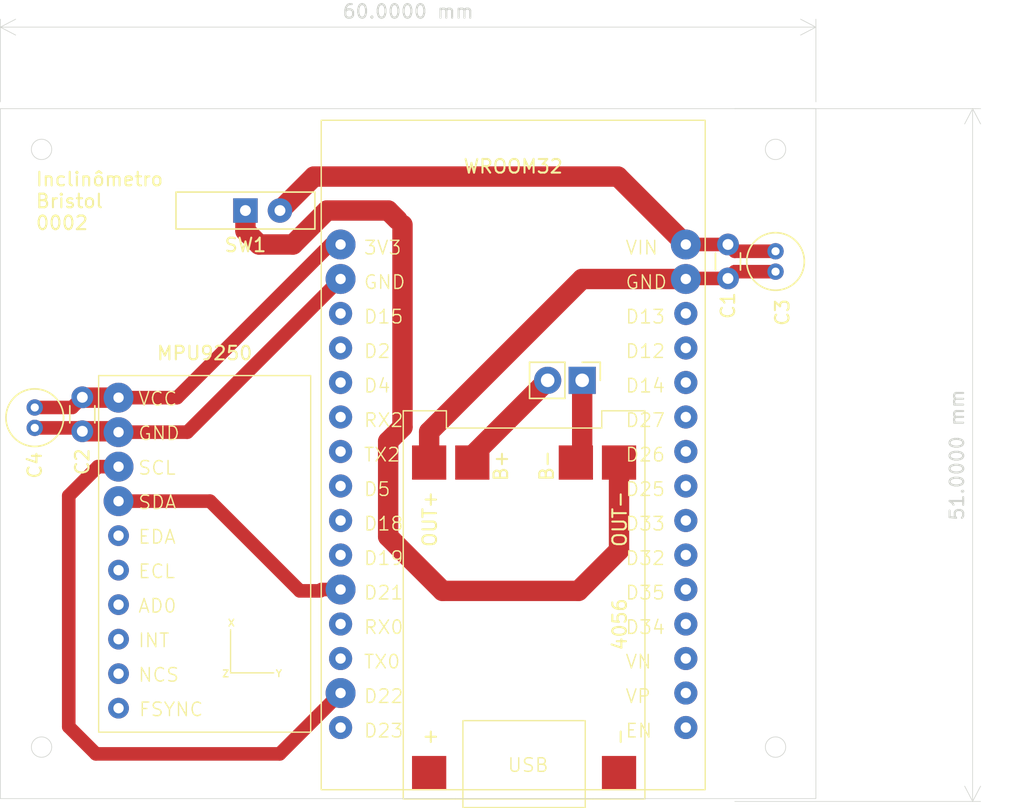
<source format=kicad_pcb>
(kicad_pcb (version 20240108) (generator "pcbnew") (generator_version "8.0")
  (layers (0 "F.Cu" signal) (31 "B.Cu" signal) (34 "B.Paste" user) (35 "F.Paste" user) (36 "B.SilkS" user "B.Silkscreen") (37 "F.SilkS" user "F.Silkscreen") (38 "B.Mask" user) (39 "F.Mask" user) (44 "Edge.Cuts" user))
  (net 0 "")
  (net 12 "VIN")
  (net 19 "GND")
  (net 30 "SDA")
  (net 32 "SCL")
  (net 36 "3V3")
  (net 38 "B+")
  (net 39 "OUT+")
  (net 40 "B-")
  (footprint "Capacitor_THT:C_Disc_D3.0mm_W1.6mm_P2.50mm" (layer "F.Cu") (at 135.5 109 -90)
    (property "Reference" "C1" (at 4.5 0 90) (layer "F.SilkS"))
    (property "Value" "104 100nF" (hide yes))
    (fp_line (start 0.621 0.92) (end 1.879 0.92) (stroke (width 0.12)) (layer "F.SilkS"))
    (fp_line (start 0.621 -0.92) (end 1.879 -0.92) (stroke (width 0.12)) (layer "F.SilkS"))
    (pad "1" thru_hole circle (at 0 0 270) (size 1.6 1.6) (drill 0.8) (layers "*.Cu" "*.Mask") (net 12 "VIN"))
    (pad "2" thru_hole circle (at 2.5 0 270) (size 1.6 1.6) (drill 0.8) (layers "*.Cu" "*.Mask") (net 19 "GND"))
  )
  (footprint "Capacitor_THT:C_Radial_D4.0mm_H5.0mm_P1.50mm" (layer "F.Cu") (at 139 109.5 -90)
    (property "Reference" "C3" (at 4.5 -0.5 90) (layer "F.SilkS"))
    (property "Value" "10uF 16V" (hide yes))
    (fp_circle (center 0.75 0) (end 2.87 0) (stroke (width 0.12)) (fill none) (layer "F.SilkS"))
    (pad "2" thru_hole circle (at 1.5 0 270) (size 1.2 1.2) (drill 0.6) (layers "*.Cu" "*.Mask") (net 19 "GND"))
    (pad "E" thru_hole circle (at 0 0 270) (size 1.2 1.2) (drill 0.6) (layers "*.Cu" "*.Mask") (net 12 "VIN"))
  )
  (footprint "ESP32-Wroom-32-Module-lib:ESP32-Wroom-32-Module" (layer "F.Cu") (at 107 101.38)
    (property "Reference" "U1" (hide yes))
    (property "Value" "ESP32")
    (fp_rect (start -1.425 -1.524) (end 26.825 47.758) (stroke (width 0.1)) (fill none) (layer "F.SilkS"))
    (fp_text user "D13" (at 20.9 13.52 0) (layer "F.SilkS") (effects (font (thickness 0.1)) (justify left bottom)))
    (fp_text user "D18" (at 1.65 28.76 0) (layer "F.SilkS") (effects (font (thickness 0.1)) (justify left bottom)))
    (fp_text user "D15" (at 1.65 13.52 0) (layer "F.SilkS") (effects (font (thickness 0.1)) (justify left bottom)))
    (fp_text user "RX2" (at 1.65 21.14 0) (layer "F.SilkS") (effects (font (thickness 0.1)) (justify left bottom)))
    (fp_text user "WROOM32" (at 12.7 1.874024 0) (layer "F.SilkS"))
    (fp_text user "D4" (at 1.65 18.6 0) (layer "F.SilkS") (effects (font (thickness 0.1)) (justify left bottom)))
    (fp_text user "D12" (at 20.9 16.06 0) (layer "F.SilkS") (effects (font (thickness 0.1)) (justify left bottom)))
    (fp_text user "VIN" (at 20.9 8.44 0) (layer "F.SilkS") (effects (font (thickness 0.1)) (justify left bottom)))
    (fp_text user "D33" (at 20.9 28.76 0) (layer "F.SilkS") (effects (font (thickness 0.1)) (justify left bottom)))
    (fp_text user "RX0" (at 1.65 36.38 0) (layer "F.SilkS") (effects (font (thickness 0.1)) (justify left bottom)))
    (fp_text user "D23" (at 1.65 44 0) (layer "F.SilkS") (effects (font (thickness 0.1)) (justify left bottom)))
    (fp_text user "VN" (at 20.9 38.92 0) (layer "F.SilkS") (effects (font (thickness 0.1)) (justify left bottom)))
    (fp_text user "D25" (at 20.9 26.22 0) (layer "F.SilkS") (effects (font (thickness 0.1)) (justify left bottom)))
    (fp_text user "D2" (at 1.65 16.06 0) (layer "F.SilkS") (effects (font (thickness 0.1)) (justify left bottom)))
    (fp_text user "D19" (at 1.65 31.3 0) (layer "F.SilkS") (effects (font (thickness 0.1)) (justify left bottom)))
    (fp_text user "D21" (at 1.65 33.84 0) (layer "F.SilkS") (effects (font (thickness 0.1)) (justify left bottom)))
    (fp_text user "D22" (at 1.65 41.46 0) (layer "F.SilkS") (effects (font (thickness 0.1)) (justify left bottom)))
    (fp_text user "TX0" (at 1.65 38.92 0) (layer "F.SilkS") (effects (font (thickness 0.1)) (justify left bottom)))
    (fp_text user "D35" (at 20.9 33.84 0) (layer "F.SilkS") (effects (font (thickness 0.1)) (justify left bottom)))
    (fp_text user "D5" (at 1.65 26.22 0) (layer "F.SilkS") (effects (font (thickness 0.1)) (justify left bottom)))
    (fp_text user "GND" (at 20.9 10.98 0) (layer "F.SilkS") (effects (font (thickness 0.1)) (justify left bottom)))
    (fp_text user "EN" (at 20.9 44 0) (layer "F.SilkS") (effects (font (thickness 0.1)) (justify left bottom)))
    (fp_text user "VP" (at 20.9 41.46 0) (layer "F.SilkS") (effects (font (thickness 0.1)) (justify left bottom)))
    (fp_text user "D34" (at 20.9 36.38 0) (layer "F.SilkS") (effects (font (thickness 0.1)) (justify left bottom)))
    (fp_text user "GND" (at 1.65 10.98 0) (layer "F.SilkS") (effects (font (thickness 0.1)) (justify left bottom)))
    (fp_text user "3V3" (at 1.65 8.44 0) (layer "F.SilkS") (effects (font (thickness 0.1)) (justify left bottom)))
    (fp_text user "TX2" (at 1.65 23.68 0) (layer "F.SilkS") (effects (font (thickness 0.1)) (justify left bottom)))
    (fp_text user "D14" (at 20.9 18.6 0) (layer "F.SilkS") (effects (font (thickness 0.1)) (justify left bottom)))
    (fp_text user "D27" (at 20.9 21.14 0) (layer "F.SilkS") (effects (font (thickness 0.1)) (justify left bottom)))
    (fp_text user "D32" (at 20.9 31.3 0) (layer "F.SilkS") (effects (font (thickness 0.1)) (justify left bottom)))
    (fp_text user "D26" (at 20.9 23.68 0) (layer "F.SilkS") (effects (font (thickness 0.1)) (justify left bottom)))
    (pad "1" thru_hole circle (at 0 7.62) (size 2.2 2.2) (drill 0.762) (layers "*.Cu" "*.Mask") (net 36 "3V3"))
    (pad "2" thru_hole circle (at 0 10.16) (size 2.2 2.2) (drill 0.762) (layers "*.Cu" "*.Mask") (net 19 "GND"))
    (pad "3" thru_hole circle (at 0 12.7) (size 1.7 1.7) (drill 0.762) (layers "*.Cu" "*.Mask"))
    (pad "4" thru_hole circle (at 0 15.24) (size 1.7 1.7) (drill 0.762) (layers "*.Cu" "*.Mask"))
    (pad "5" thru_hole circle (at 0 17.78) (size 1.7 1.7) (drill 0.762) (layers "*.Cu" "*.Mask"))
    (pad "6" thru_hole circle (at 0 20.32) (size 1.7 1.7) (drill 0.762) (layers "*.Cu" "*.Mask"))
    (pad "7" thru_hole circle (at 0 22.86) (size 1.7 1.7) (drill 0.762) (layers "*.Cu" "*.Mask"))
    (pad "8" thru_hole circle (at 0 25.4) (size 1.7 1.7) (drill 0.762) (layers "*.Cu" "*.Mask"))
    (pad "9" thru_hole circle (at 0 27.94) (size 1.7 1.7) (drill 0.762) (layers "*.Cu" "*.Mask"))
    (pad "10" thru_hole circle (at 0 30.48) (size 1.7 1.7) (drill 0.762) (layers "*.Cu" "*.Mask"))
    (pad "11" thru_hole circle (at 0 33.02) (size 2.2 2.2) (drill 0.762) (layers "*.Cu" "*.Mask") (net 30 "SDA"))
    (pad "12" thru_hole circle (at 0 35.56) (size 1.7 1.7) (drill 0.762) (layers "*.Cu" "*.Mask"))
    (pad "13" thru_hole circle (at 0 38.1) (size 1.7 1.7) (drill 0.762) (layers "*.Cu" "*.Mask"))
    (pad "14" thru_hole circle (at 0 40.64) (size 2.2 2.2) (drill 0.762) (layers "*.Cu" "*.Mask") (net 32 "SCL"))
    (pad "15" thru_hole circle (at 0 43.18) (size 1.7 1.7) (drill 0.762) (layers "*.Cu" "*.Mask"))
    (pad "16" thru_hole circle (at 25.4 7.62) (size 2.2 2.2) (drill 0.762) (layers "*.Cu" "*.Mask") (net 12 "VIN"))
    (pad "17" thru_hole circle (at 25.4 10.16) (size 2.2 2.2) (drill 0.762) (layers "*.Cu" "*.Mask") (net 19 "GND"))
    (pad "18" thru_hole circle (at 25.4 12.7) (size 1.7 1.7) (drill 0.762) (layers "*.Cu" "*.Mask"))
    (pad "19" thru_hole circle (at 25.4 15.24) (size 1.7 1.7) (drill 0.762) (layers "*.Cu" "*.Mask"))
    (pad "20" thru_hole circle (at 25.4 17.78) (size 1.7 1.7) (drill 0.762) (layers "*.Cu" "*.Mask"))
    (pad "21" thru_hole circle (at 25.4 20.32) (size 1.7 1.7) (drill 0.762) (layers "*.Cu" "*.Mask"))
    (pad "22" thru_hole circle (at 25.4 22.86) (size 1.7 1.7) (drill 0.762) (layers "*.Cu" "*.Mask"))
    (pad "23" thru_hole circle (at 25.4 25.4) (size 1.7 1.7) (drill 0.762) (layers "*.Cu" "*.Mask"))
    (pad "24" thru_hole circle (at 25.4 27.94) (size 1.7 1.7) (drill 0.762) (layers "*.Cu" "*.Mask"))
    (pad "25" thru_hole circle (at 25.4 30.48) (size 1.7 1.7) (drill 0.762) (layers "*.Cu" "*.Mask"))
    (pad "26" thru_hole circle (at 25.4 33.02) (size 1.7 1.7) (drill 0.762) (layers "*.Cu" "*.Mask"))
    (pad "27" thru_hole circle (at 25.4 35.56) (size 1.7 1.7) (drill 0.762) (layers "*.Cu" "*.Mask"))
    (pad "28" thru_hole circle (at 25.4 38.1) (size 1.7 1.7) (drill 0.762) (layers "*.Cu" "*.Mask"))
    (pad "29" thru_hole circle (at 25.4 40.64) (size 1.7 1.7) (drill 0.762) (layers "*.Cu" "*.Mask"))
    (pad "30" thru_hole circle (at 25.4 43.18) (size 1.7 1.7) (drill 0.762) (layers "*.Cu" "*.Mask"))
  )
  (footprint "Connector_PinHeader_2.54mm:PinHeader_1x02_P2.54mm_Vertical" (layer "F.Cu") (at 124.775 119 -90)
    (property "Reference" "J1" (hide yes))
    (property "Value" "2 male pin header" (hide yes))
    (fp_line (start -1.33 3.87) (end 1.33 3.87) (stroke (width 0.12)) (layer "F.SilkS"))
    (fp_line (start -1.33 1.27) (end -1.33 3.87) (stroke (width 0.12)) (layer "F.SilkS"))
    (fp_line (start -1.33 1.27) (end 1.33 1.27) (stroke (width 0.12)) (layer "F.SilkS"))
    (fp_line (start 1.33 1.27) (end 1.33 3.87) (stroke (width 0.12)) (layer "F.SilkS"))
    (fp_line (start -1.33 0) (end -1.33 -1.33) (stroke (width 0.12)) (layer "F.SilkS"))
    (fp_line (start -1.33 -1.33) (end 0 -1.33) (stroke (width 0.12)) (layer "F.SilkS"))
    (pad "1" thru_hole rect (at 0 0 270) (size 2 2) (drill 1) (layers "*.Cu" "*.Mask") (net 40 "B-"))
    (pad "2" thru_hole oval (at 0 2.54 270) (size 2 2) (drill 1) (layers "*.Cu" "*.Mask") (net 38 "B+"))
  )
  (footprint "Button_Switch_THT:SW_Slide-03_Wuerth-WS-SLTV_10x2.5x6.4_P2.54mm" (layer "F.Cu") (at 100 106.5 180)
    (property "Reference" "SW1" (at 0 -2.54 0) (layer "F.SilkS"))
    (property "Value" "Switch")
    (fp_rect (start -5.11 -1.36) (end 5.11 1.36) (stroke (width 0.12)) (fill none) (layer "F.SilkS"))
    (pad "1" thru_hole rect (at 0 0 180) (size 1.8 1.8) (drill 0.8) (layers "*.Cu" "*.Mask") (net 39 "OUT+"))
    (pad "2" thru_hole circle (at -2.54 0 180) (size 1.8 1.8) (drill 0.8) (layers "*.Cu" "*.Mask") (net 12 "VIN"))
  )
  (footprint "MPU9250_Module:MPU9250_Module" (layer "F.Cu") (at 97 114.5)
    (property "Reference" "U2" (hide yes))
    (property "Value" "MPU9250 Module" (hide yes))
    (fp_line (start 1.905 26.035) (end 1.905 22.86) (stroke (width 0.1)) (layer "F.SilkS"))
    (fp_line (start 1.905 26.035) (end 5.08 26.035) (stroke (width 0.1)) (layer "F.SilkS"))
    (fp_rect (start -7.8 4.15) (end 7.8 30.4) (stroke (width 0.1)) (fill none) (layer "F.SilkS"))
    (fp_text user "X" (at 1.660813 22.653014 0) (layer "F.SilkS") (effects (font (size 0.5 0.5) (thickness 0.1)) (justify left bottom)))
    (fp_text user "EDA" (at -4.95 16.610313 0) (layer "F.SilkS") (effects (font (thickness 0.1)) (justify left bottom)))
    (fp_text user "ECL" (at -4.95 19.150313 0) (layer "F.SilkS") (effects (font (thickness 0.1)) (justify left bottom)))
    (fp_text user "NCS" (at -4.95 26.770313 0) (layer "F.SilkS") (effects (font (thickness 0.1)) (justify left bottom)))
    (fp_text user "AD0" (at -4.95 21.690313 0) (layer "F.SilkS") (effects (font (thickness 0.1)) (justify left bottom)))
    (fp_text user "FSYNC" (at -4.892251 29.310313 0) (layer "F.SilkS") (effects (font (thickness 0.1)) (justify left bottom)))
    (fp_text user "SDA" (at -4.95 14.070313 0) (layer "F.SilkS") (effects (font (thickness 0.1)) (justify left bottom)))
    (fp_text user "MPU9250" (at 0 2.5 0) (layer "F.SilkS"))
    (fp_text user "Z" (at 1.245696 26.38907 0) (layer "F.SilkS") (effects (font (size 0.5 0.5) (thickness 0.1)) (justify left bottom)))
    (fp_text user "SCL" (at -4.95 11.530313 0) (layer "F.SilkS") (effects (font (thickness 0.1)) (justify left bottom)))
    (fp_text user "VCC" (at -4.95 6.450313 0) (layer "F.SilkS") (effects (font (thickness 0.1)) (justify left bottom)))
    (fp_text user "Y" (at 5.177101 26.376861 0) (layer "F.SilkS") (effects (font (size 0.5 0.5) (thickness 0.1)) (justify left bottom)))
    (fp_text user "INT" (at -4.95 24.230313 0) (layer "F.SilkS") (effects (font (thickness 0.1)) (justify left bottom)))
    (fp_text user "GND" (at -4.95 8.990313 0) (layer "F.SilkS") (effects (font (thickness 0.1)) (justify left bottom)))
    (pad "1" thru_hole circle (at -6.335851 5.775207) (size 2.2 2.2) (drill 0.762) (layers "*.Cu" "*.Mask") (net 36 "3V3"))
    (pad "2" thru_hole circle (at -6.335851 8.315207) (size 2.2 2.2) (drill 0.762) (layers "*.Cu" "*.Mask") (net 19 "GND"))
    (pad "3" thru_hole circle (at -6.335851 10.855207) (size 2.2 2.2) (drill 0.762) (layers "*.Cu" "*.Mask") (net 32 "SCL"))
    (pad "4" thru_hole circle (at -6.335851 13.395207) (size 2.2 2.2) (drill 0.762) (layers "*.Cu" "*.Mask") (net 30 "SDA"))
    (pad "5" thru_hole circle (at -6.335851 15.935207) (size 1.524 1.524) (drill 0.762) (layers "*.Cu" "*.Mask"))
    (pad "6" thru_hole circle (at -6.335851 18.475207) (size 1.524 1.524) (drill 0.762) (layers "*.Cu" "*.Mask"))
    (pad "7" thru_hole circle (at -6.335851 21.015207) (size 1.524 1.524) (drill 0.762) (layers "*.Cu" "*.Mask"))
    (pad "8" thru_hole circle (at -6.335851 23.555207) (size 1.524 1.524) (drill 0.762) (layers "*.Cu" "*.Mask"))
    (pad "9" thru_hole circle (at -6.335851 26.095207) (size 1.524 1.524) (drill 0.762) (layers "*.Cu" "*.Mask"))
    (pad "10" thru_hole circle (at -6.335851 28.635207) (size 1.524 1.524) (drill 0.762) (layers "*.Cu" "*.Mask"))
  )
  (footprint "TP4056:TP4056" (layer "F.Cu") (at 120.5 116.7475)
    (property "Reference" "U3" (hide yes))
    (property "Value" "TP4056")
    (fp_line (start -8.89 4.495) (end -8.89 33.07) (stroke (width 0.1)) (layer "F.SilkS"))
    (fp_line (start -8.89 33.07) (end -5.08 33.07) (stroke (width 0.1)) (layer "F.SilkS"))
    (fp_line (start -5.715 4.495) (end -8.89 4.495) (stroke (width 0.1)) (layer "F.SilkS"))
    (fp_line (start -5.715 5.765) (end -5.715 4.495) (stroke (width 0.1)) (layer "F.SilkS"))
    (fp_line (start 5.08 33.07) (end -5.08 33.07) (stroke (width 0.1)) (layer "F.SilkS"))
    (fp_line (start 5.08 33.07) (end 6.35 33.07) (stroke (width 0.1)) (layer "F.SilkS"))
    (fp_line (start 5.715 4.495) (end 5.715 5.765) (stroke (width 0.1)) (layer "F.SilkS"))
    (fp_line (start 5.715 5.765) (end -5.715 5.765) (stroke (width 0.1)) (layer "F.SilkS"))
    (fp_line (start 6.35 33.07) (end 8.89 33.07) (stroke (width 0.1)) (layer "F.SilkS"))
    (fp_line (start 8.89 4.495) (end 5.715 4.495) (stroke (width 0.1)) (layer "F.SilkS"))
    (fp_line (start 8.89 33.07) (end 8.89 4.495) (stroke (width 0.1)) (layer "F.SilkS"))
    (fp_rect (start -4.5 27.305) (end 4.5 33.705) (stroke (width 0.1)) (fill none) (layer "F.SilkS"))
    (fp_text user "B+" (at -1.116142 9.761328 90) (layer "F.SilkS") (effects (justify left bottom)))
    (fp_text user "OUT-" (at 7.62 14.605 90) (layer "F.SilkS") (effects (justify left bottom)))
    (fp_text user "4056" (at 7.62 22.225 90) (layer "F.SilkS") (effects (justify left bottom)))
    (fp_text user "-" (at 7.62 29.21 90) (layer "F.SilkS") (effects (justify left bottom)))
    (fp_text user "USB" (at -1.27 31.165 0) (layer "F.SilkS") (effects (font (thickness 0.1)) (justify left bottom)))
    (fp_text user "+" (at -6.35 29.21 90) (layer "F.SilkS") (effects (justify left bottom)))
    (fp_text user "OUT+ " (at -6.35 14.605 90) (layer "F.SilkS") (effects (justify left bottom)))
    (fp_text user "B-" (at 2.248237 9.752373 90) (layer "F.SilkS") (effects (justify left bottom)))
    (pad "1" smd rect (at -6.985 8.305 90) (size 2.52 2.52) (layers "F.Cu" "F.Paste" "F.Mask") (net 19 "GND"))
    (pad "2" smd rect (at -3.81 8.305 90) (size 2.52 2.52) (layers "F.Cu" "F.Paste" "F.Mask") (net 38 "B+"))
    (pad "3" smd rect (at 3.81 8.305 90) (size 2.52 2.52) (layers "F.Cu" "F.Paste" "F.Mask") (net 40 "B-"))
    (pad "4" smd rect (at 6.985 8.305 90) (size 2.52 2.52) (layers "F.Cu" "F.Paste" "F.Mask") (net 39 "OUT+"))
    (pad "5" smd rect (at -6.985 31.165 90) (size 2.52 2.52) (layers "F.Cu" "F.Paste" "F.Mask"))
    (pad "6" smd rect (at 6.985 31.165 90) (size 2.52 2.52) (layers "F.Cu" "F.Paste" "F.Mask"))
  )
  (footprint "Capacitor_THT:C_Radial_D4.0mm_H5.0mm_P1.50mm" (layer "F.Cu") (at 84.5 121 -90)
    (property "Reference" "C4" (at 4.25 0 90) (layer "F.SilkS"))
    (property "Value" "10uF 16V" (hide yes))
    (fp_circle (center 0.75 0) (end 2.87 0) (stroke (width 0.12)) (fill none) (layer "F.SilkS"))
    (pad "1" thru_hole circle (at 0 0 270) (size 1.2 1.2) (drill 0.6) (layers "*.Cu" "*.Mask") (net 36 "3V3"))
    (pad "2" thru_hole circle (at 1.5 0 270) (size 1.2 1.2) (drill 0.6) (layers "*.Cu" "*.Mask") (net 19 "GND"))
  )
  (footprint "Capacitor_THT:C_Disc_D3.0mm_W1.6mm_P2.50mm" (layer "F.Cu") (at 88 120.25 -90)
    (property "Reference" "C2" (at 4.75 0 90) (layer "F.SilkS"))
    (property "Value" "104 100nF" (hide yes))
    (fp_line (start 0.621 0.92) (end 1.879 0.92) (stroke (width 0.12)) (layer "F.SilkS"))
    (fp_line (start 0.621 -0.92) (end 1.879 -0.92) (stroke (width 0.12)) (layer "F.SilkS"))
    (pad "1" thru_hole circle (at 0 0 270) (size 1.6 1.6) (drill 0.8) (layers "*.Cu" "*.Mask") (net 36 "3V3"))
    (pad "2" thru_hole circle (at 2.5 0 270) (size 1.6 1.6) (drill 0.8) (layers "*.Cu" "*.Mask") (net 19 "GND"))
  )
  (gr_circle (center 139 102) (end 139.75 102) (stroke (width 0.05)) (fill none) (layer "Edge.Cuts"))
  (gr_circle (center 85 102) (end 85.75 102) (stroke (width 0.05)) (fill none) (layer "Edge.Cuts"))
  (gr_circle (center 85 146) (end 85.75 146) (stroke (width 0.05)) (fill none) (layer "Edge.Cuts"))
  (gr_circle (center 139 146) (end 139.75 146) (stroke (width 0.05)) (fill none) (layer "Edge.Cuts"))
  (gr_rect (start 81.967952 99) (end 141.967952 149.792375) (stroke (width 0.05)) (fill none) (layer "Edge.Cuts"))
  (gr_text "Inclinômetro\nBristol\n0002" (at 84.5 108 0) (layer "F.SilkS") (effects (font (size 1 1)) (justify left bottom)))
  (dimension (type aligned) (layer "Edge.Cuts") (pts (xy 141.967952 99) (xy 81.967952 99)) (height 6) (gr_text "60,0000 mm" (at 111.967952 91.85 0) (layer "Edge.Cuts") (effects (font (size 1 1) (thickness 0.15)))) (format (prefix "") (suffix "") (units 3) (units_format 1) (precision 4)) (style (thickness 0.05) (arrow_length 1.27) (text_position_mode 0) (extension_height 0.58642) (extension_offset 0.5) keep_text_aligned))
  (dimension (type aligned) (layer "Edge.Cuts") (pts (xy 135.5 99) (xy 135.5 150)) (height -18) (gr_text "51,0000 mm" (at 152.35 124.5 90) (layer "Edge.Cuts") (effects (font (size 1 1) (thickness 0.15)))) (format (prefix "") (suffix "") (units 3) (units_format 1) (precision 4)) (style (thickness 0.05) (arrow_length 1.27) (text_position_mode 0) (extension_height 0.58642) (extension_offset 0.5) keep_text_aligned))
  (segment (start 139 109.5) (end 136 109.5) (width 1) (layer "F.Cu") (net 12))
  (segment (start 135.5 109) (end 132.4 109) (width 1) (layer "F.Cu") (net 12))
  (segment (start 127.4 104) (end 105.04 104) (width 1.5) (layer "F.Cu") (net 12))
  (segment (start 105.04 104) (end 102.54 106.5) (width 1.5) (layer "F.Cu") (net 12))
  (segment (start 136 109.5) (end 135.5 109) (width 1) (layer "F.Cu") (net 12))
  (segment (start 132.4 109) (end 127.4 104) (width 1.5) (layer "F.Cu") (net 12))
  (segment (start 135.5 111.5) (end 132.44 111.5) (width 1) (layer "F.Cu") (net 19))
  (segment (start 90.598942 122.75) (end 90.664149 122.815207) (width 1) (layer "F.Cu") (net 19))
  (segment (start 90.664149 122.815207) (end 95.724793 122.815207) (width 1) (layer "F.Cu") (net 19))
  (segment (start 87.75 122.5) (end 88 122.75) (width 1) (layer "F.Cu") (net 19))
  (segment (start 132.4 111.54) (end 124.7675 111.54) (width 1.5) (layer "F.Cu") (net 19))
  (segment (start 132.44 111.5) (end 132.4 111.54) (width 1) (layer "F.Cu") (net 19))
  (segment (start 95.724793 122.815207) (end 107 111.54) (width 1) (layer "F.Cu") (net 19))
  (segment (start 124.7675 111.54) (end 113.515 122.7925) (width 1.5) (layer "F.Cu") (net 19))
  (segment (start 139 111) (end 136 111) (width 1) (layer "F.Cu") (net 19))
  (segment (start 88 122.75) (end 90.598942 122.75) (width 1.5) (layer "F.Cu") (net 19))
  (segment (start 136 111) (end 135.5 111.5) (width 1) (layer "F.Cu") (net 19))
  (segment (start 113.515 122.7925) (end 113.515 125.0525) (width 1.5) (layer "F.Cu") (net 19))
  (segment (start 84.5 122.5) (end 87.75 122.5) (width 1) (layer "F.Cu") (net 19))
  (segment (start 105.6 134.4) (end 107 134.4) (width 1) (layer "F.Cu") (net 30))
  (segment (start 90.664149 127.895207) (end 97.395207 127.895207) (width 1) (layer "F.Cu") (net 30))
  (segment (start 104 134.5) (end 105.5 134.5) (width 1) (layer "F.Cu") (net 30))
  (segment (start 97.395207 127.895207) (end 104 134.5) (width 1) (layer "F.Cu") (net 30))
  (segment (start 105.5 134.5) (end 105.6 134.4) (width 1) (layer "F.Cu") (net 30))
  (segment (start 89 146.5) (end 102.52 146.5) (width 1) (layer "F.Cu") (net 32))
  (segment (start 90.664149 125.355207) (end 89.144793 125.355207) (width 1) (layer "F.Cu") (net 32))
  (segment (start 89.144793 125.355207) (end 87 127.5) (width 1) (layer "F.Cu") (net 32))
  (segment (start 87 127.5) (end 87 144.5) (width 1) (layer "F.Cu") (net 32))
  (segment (start 102.52 146.5) (end 107 142.02) (width 1) (layer "F.Cu") (net 32))
  (segment (start 87 144.5) (end 89 146.5) (width 1) (layer "F.Cu") (net 32))
  (segment (start 106.247208 109) (end 107 109) (width 1) (layer "F.Cu") (net 36))
  (segment (start 84.5 121) (end 87.25 121) (width 1) (layer "F.Cu") (net 36))
  (segment (start 87.25 121) (end 88 120.25) (width 1) (layer "F.Cu") (net 36))
  (segment (start 88.025207 120.275207) (end 88 120.25) (width 1) (layer "F.Cu") (net 36))
  (segment (start 94.972001 120.275207) (end 106.247208 109) (width 1) (layer "F.Cu") (net 36))
  (segment (start 90.664149 120.275207) (end 94.972001 120.275207) (width 1) (layer "F.Cu") (net 36))
  (segment (start 90.664149 120.275207) (end 88.025207 120.275207) (width 1.5) (layer "F.Cu") (net 36))
  (segment (start 116.69 124.545) (end 122.235 119) (width 1.5) (layer "F.Cu") (net 38))
  (segment (start 116.69 125.0525) (end 116.69 124.545) (width 1.5) (layer "F.Cu") (net 38))
  (segment (start 127.485 131.515) (end 124.5 134.5) (width 1.5) (layer "F.Cu") (net 39))
  (segment (start 103.5 109) (end 101 109) (width 1.5) (layer "F.Cu") (net 39))
  (segment (start 110.5 123.5) (end 111.555 122.445) (width 1.5) (layer "F.Cu") (net 39))
  (segment (start 111.555 107.555) (end 111.186669 107.186669) (width 1) (layer "F.Cu") (net 39))
  (segment (start 114.5 134.5) (end 110.5 130.5) (width 1.5) (layer "F.Cu") (net 39))
  (segment (start 100 108) (end 100 106.5) (width 1.5) (layer "F.Cu") (net 39))
  (segment (start 127.485 125.0525) (end 127.485 131.515) (width 1.5) (layer "F.Cu") (net 39))
  (segment (start 101 109) (end 100 108) (width 1.5) (layer "F.Cu") (net 39))
  (segment (start 110.5 106.5) (end 106 106.5) (width 1.5) (layer "F.Cu") (net 39))
  (segment (start 110.5 130.5) (end 110.5 123.5) (width 1.5) (layer "F.Cu") (net 39))
  (segment (start 124.5 134.5) (end 114.5 134.5) (width 1.5) (layer "F.Cu") (net 39))
  (segment (start 111.186669 107.186669) (end 110.5 106.5) (width 1.5) (layer "F.Cu") (net 39))
  (segment (start 111.555 122.445) (end 111.555 107.555) (width 1.5) (layer "F.Cu") (net 39))
  (segment (start 106 106.5) (end 103.5 109) (width 1.5) (layer "F.Cu") (net 39))
  (segment (start 124.31 125.0525) (end 124.775 124.5875) (width 1.5) (layer "F.Cu") (net 40))
  (segment (start 124.775 124.5875) (end 124.775 119) (width 1.5) (layer "F.Cu") (net 40))
)
</source>
